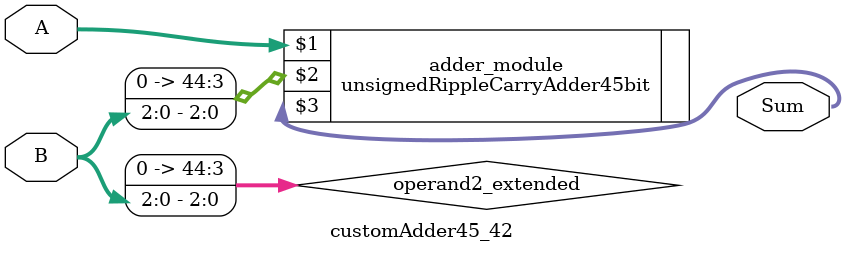
<source format=v>
module customAdder45_42(
                        input [44 : 0] A,
                        input [2 : 0] B,
                        
                        output [45 : 0] Sum
                );

        wire [44 : 0] operand2_extended;
        
        assign operand2_extended =  {42'b0, B};
        
        unsignedRippleCarryAdder45bit adder_module(
            A,
            operand2_extended,
            Sum
        );
        
        endmodule
        
</source>
